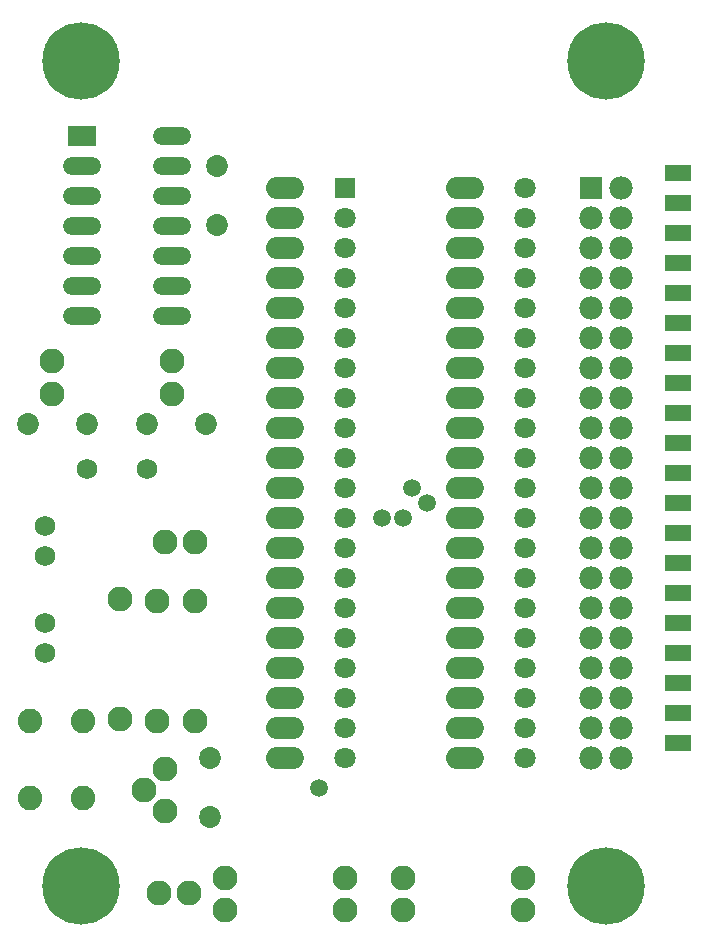
<source format=gbs>
G04 Layer_Color=16711935*
%FSLAX25Y25*%
%MOIN*%
G70*
G01*
G75*
%ADD33R,0.08674X0.05800*%
%ADD34R,0.09300X0.07000*%
%ADD35O,0.12800X0.05918*%
%ADD36C,0.25800*%
%ADD37C,0.07300*%
%ADD38C,0.08300*%
%ADD39O,0.12611X0.07493*%
%ADD40C,0.07099*%
%ADD41R,0.07099X0.07099*%
%ADD42C,0.06800*%
%ADD43C,0.08200*%
%ADD44R,0.07800X0.07800*%
%ADD45C,0.07800*%
%ADD46C,0.05918*%
D33*
X693500Y205000D02*
D03*
Y215000D02*
D03*
Y225000D02*
D03*
Y235000D02*
D03*
Y245000D02*
D03*
Y255000D02*
D03*
Y265000D02*
D03*
Y275000D02*
D03*
Y285000D02*
D03*
Y295000D02*
D03*
Y305000D02*
D03*
Y315000D02*
D03*
Y325000D02*
D03*
Y335000D02*
D03*
Y345000D02*
D03*
Y355000D02*
D03*
Y365000D02*
D03*
Y375000D02*
D03*
Y385000D02*
D03*
Y395000D02*
D03*
D34*
X495000Y407500D02*
D03*
D35*
Y397500D02*
D03*
Y387500D02*
D03*
Y377500D02*
D03*
Y367500D02*
D03*
Y357500D02*
D03*
Y347500D02*
D03*
X525000D02*
D03*
Y357500D02*
D03*
Y367500D02*
D03*
Y377500D02*
D03*
Y387500D02*
D03*
Y397500D02*
D03*
Y407500D02*
D03*
D36*
X494500Y157500D02*
D03*
Y432500D02*
D03*
X669500D02*
D03*
Y157500D02*
D03*
D37*
X537500Y180314D02*
D03*
Y200000D02*
D03*
X476814Y311500D02*
D03*
X496500D02*
D03*
X536086D02*
D03*
X516400D02*
D03*
X540000Y397500D02*
D03*
Y377814D02*
D03*
D38*
X532500Y272000D02*
D03*
X522500D02*
D03*
X515500Y189500D02*
D03*
X522500Y196500D02*
D03*
Y182500D02*
D03*
X520000Y212500D02*
D03*
Y252500D02*
D03*
X532500D02*
D03*
Y212500D02*
D03*
X582500Y149500D02*
D03*
X542500D02*
D03*
X602000D02*
D03*
X642000D02*
D03*
X582500Y160000D02*
D03*
X542500D02*
D03*
X602000D02*
D03*
X642000D02*
D03*
X485000Y321500D02*
D03*
X525000D02*
D03*
X485000Y332500D02*
D03*
X525000D02*
D03*
X507500Y213000D02*
D03*
Y253000D02*
D03*
X530500Y155000D02*
D03*
X520500D02*
D03*
D39*
X562500Y390000D02*
D03*
Y380000D02*
D03*
Y370000D02*
D03*
Y360000D02*
D03*
Y350000D02*
D03*
Y340000D02*
D03*
Y330000D02*
D03*
Y320000D02*
D03*
Y310000D02*
D03*
Y300000D02*
D03*
Y290000D02*
D03*
Y280000D02*
D03*
Y270000D02*
D03*
Y260000D02*
D03*
Y250000D02*
D03*
Y240000D02*
D03*
Y230000D02*
D03*
Y220000D02*
D03*
Y210000D02*
D03*
Y200000D02*
D03*
X622500D02*
D03*
Y210000D02*
D03*
Y220000D02*
D03*
Y230000D02*
D03*
Y240000D02*
D03*
Y250000D02*
D03*
Y260000D02*
D03*
Y270000D02*
D03*
Y280000D02*
D03*
Y290000D02*
D03*
Y300000D02*
D03*
Y310000D02*
D03*
Y320000D02*
D03*
Y330000D02*
D03*
Y340000D02*
D03*
Y350000D02*
D03*
Y360000D02*
D03*
Y370000D02*
D03*
Y380000D02*
D03*
Y390000D02*
D03*
D40*
X642500Y330000D02*
D03*
Y240000D02*
D03*
Y300000D02*
D03*
Y310000D02*
D03*
Y290000D02*
D03*
Y260000D02*
D03*
Y270000D02*
D03*
Y280000D02*
D03*
Y250000D02*
D03*
Y370000D02*
D03*
Y380000D02*
D03*
Y390000D02*
D03*
Y360000D02*
D03*
Y340000D02*
D03*
Y350000D02*
D03*
Y320000D02*
D03*
Y210000D02*
D03*
Y230000D02*
D03*
Y220000D02*
D03*
Y200000D02*
D03*
X582500Y330000D02*
D03*
Y240000D02*
D03*
Y300000D02*
D03*
Y310000D02*
D03*
Y290000D02*
D03*
Y260000D02*
D03*
Y270000D02*
D03*
Y280000D02*
D03*
Y250000D02*
D03*
Y370000D02*
D03*
Y380000D02*
D03*
Y360000D02*
D03*
Y340000D02*
D03*
Y350000D02*
D03*
Y320000D02*
D03*
Y210000D02*
D03*
Y230000D02*
D03*
Y220000D02*
D03*
Y200000D02*
D03*
D41*
Y390000D02*
D03*
D42*
X496500Y296500D02*
D03*
X516500D02*
D03*
X482500Y267500D02*
D03*
Y277500D02*
D03*
Y235000D02*
D03*
Y245000D02*
D03*
D43*
X495300Y212500D02*
D03*
Y186900D02*
D03*
X477500Y212500D02*
D03*
Y186900D02*
D03*
D44*
X664500Y390000D02*
D03*
D45*
X674500D02*
D03*
X664500Y380000D02*
D03*
X674500D02*
D03*
X664500Y370000D02*
D03*
X674500D02*
D03*
X664500Y360000D02*
D03*
X674500D02*
D03*
X664500Y350000D02*
D03*
X674500D02*
D03*
X664500Y340000D02*
D03*
X674500D02*
D03*
X664500Y330000D02*
D03*
X674500D02*
D03*
X664500Y320000D02*
D03*
X674500D02*
D03*
X664500Y310000D02*
D03*
X674500D02*
D03*
X664500Y300000D02*
D03*
X674500D02*
D03*
X664500Y290000D02*
D03*
X674500D02*
D03*
X664500Y280000D02*
D03*
X674500D02*
D03*
X664500Y270000D02*
D03*
X674500D02*
D03*
X664500Y260000D02*
D03*
X674500D02*
D03*
X664500Y250000D02*
D03*
X674500D02*
D03*
X664500Y240000D02*
D03*
X674500D02*
D03*
X664500Y230000D02*
D03*
X674500D02*
D03*
X664500Y220000D02*
D03*
X674500D02*
D03*
X664500Y210000D02*
D03*
X674500D02*
D03*
X664500Y200000D02*
D03*
X674500D02*
D03*
D46*
X574000Y190000D02*
D03*
X595000Y280000D02*
D03*
X602000D02*
D03*
X610000Y285000D02*
D03*
X605000Y290000D02*
D03*
M02*

</source>
